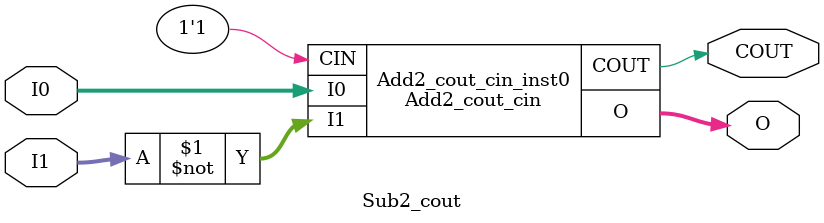
<source format=v>
module Add2_cout_cin (input CIN, output COUT, input [1:0] I0, input [1:0] I1, output [1:0] O);
wire [2:0] coreir_add3_inst0_out;
assign coreir_add3_inst0_out = (({1'b0,1'b0,CIN}) + ({1'b0,I0[1],I0[0]})) + ({1'b0,I1[1],I1[0]});
assign COUT = coreir_add3_inst0_out[2];
assign O = {coreir_add3_inst0_out[1],coreir_add3_inst0_out[0]};
endmodule

module Sub2_cout (output COUT, input [1:0] I0, input [1:0] I1, output [1:0] O);
Add2_cout_cin Add2_cout_cin_inst0(.CIN(1'b1), .COUT(COUT), .I0(I0), .I1(~ I1), .O(O));
endmodule


</source>
